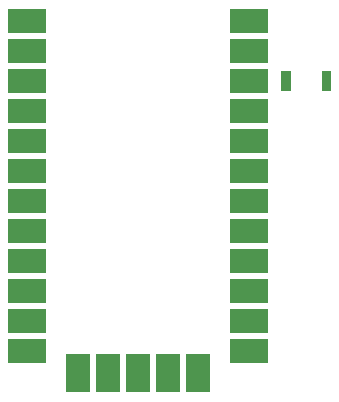
<source format=gtp>
G04 Layer: TopPasteMaskLayer*
G04 EasyEDA v6.5.1, 2022-07-13 07:01:50*
G04 5ba7d446201f4704a459628eea357821,d603b60474844c32a05bd641800ef4e1,10*
G04 Gerber Generator version 0.2*
G04 Scale: 100 percent, Rotated: No, Reflected: No *
G04 Dimensions in millimeters *
G04 leading zeros omitted , absolute positions ,4 integer and 5 decimal *
%FSLAX45Y45*%
%MOMM*%

%ADD10C,0.0001*%

%LPD*%
G36*
X27099153Y9828182D02*
G01*
X27099153Y9628182D01*
X26774134Y9628182D01*
X26774134Y9828182D01*
G37*
G36*
X27099153Y9574182D02*
G01*
X27099153Y9374182D01*
X26774134Y9374182D01*
X26774134Y9574182D01*
G37*
G36*
X27099153Y9320182D02*
G01*
X27099153Y9120182D01*
X26774134Y9120182D01*
X26774134Y9320182D01*
G37*
G36*
X27099153Y9066182D02*
G01*
X27099153Y8866182D01*
X26774134Y8866182D01*
X26774134Y9066182D01*
G37*
G36*
X27099153Y8812182D02*
G01*
X27099153Y8612182D01*
X26774134Y8612182D01*
X26774134Y8812182D01*
G37*
G36*
X27099153Y8558182D02*
G01*
X27099153Y8358182D01*
X26774134Y8358182D01*
X26774134Y8558182D01*
G37*
G36*
X27099153Y8304182D02*
G01*
X27099153Y8104182D01*
X26774134Y8104182D01*
X26774134Y8304182D01*
G37*
G36*
X27099153Y8050182D02*
G01*
X27099153Y7850182D01*
X26774134Y7850182D01*
X26774134Y8050182D01*
G37*
G36*
X27099153Y7796182D02*
G01*
X27099153Y7596182D01*
X26774134Y7596182D01*
X26774134Y7796182D01*
G37*
G36*
X27099153Y7542182D02*
G01*
X27099153Y7342182D01*
X26774134Y7342182D01*
X26774134Y7542182D01*
G37*
G36*
X27099153Y7288182D02*
G01*
X27099153Y7088182D01*
X26774134Y7088182D01*
X26774134Y7288182D01*
G37*
G36*
X27099153Y7034182D02*
G01*
X27099153Y6834182D01*
X26774134Y6834182D01*
X26774134Y7034182D01*
G37*
G36*
X28978753Y7034182D02*
G01*
X28978753Y6834182D01*
X28653734Y6834182D01*
X28653734Y7034182D01*
G37*
G36*
X28978753Y7288182D02*
G01*
X28978753Y7088182D01*
X28653734Y7088182D01*
X28653734Y7288182D01*
G37*
G36*
X28978753Y7542182D02*
G01*
X28978753Y7342182D01*
X28653734Y7342182D01*
X28653734Y7542182D01*
G37*
G36*
X28978753Y7796182D02*
G01*
X28978753Y7596182D01*
X28653734Y7596182D01*
X28653734Y7796182D01*
G37*
G36*
X28978753Y8050182D02*
G01*
X28978753Y7850182D01*
X28653734Y7850182D01*
X28653734Y8050182D01*
G37*
G36*
X28978753Y8304182D02*
G01*
X28978753Y8104182D01*
X28653734Y8104182D01*
X28653734Y8304182D01*
G37*
G36*
X28978753Y8558182D02*
G01*
X28978753Y8358182D01*
X28653734Y8358182D01*
X28653734Y8558182D01*
G37*
G36*
X28978753Y8812182D02*
G01*
X28978753Y8612182D01*
X28653734Y8612182D01*
X28653734Y8812182D01*
G37*
G36*
X28978753Y9066182D02*
G01*
X28978753Y8866182D01*
X28653734Y8866182D01*
X28653734Y9066182D01*
G37*
G36*
X28978753Y9320182D02*
G01*
X28978753Y9120182D01*
X28653734Y9120182D01*
X28653734Y9320182D01*
G37*
G36*
X28978753Y9574182D02*
G01*
X28978753Y9374182D01*
X28653734Y9374182D01*
X28653734Y9574182D01*
G37*
G36*
X28978753Y9828182D02*
G01*
X28978753Y9628182D01*
X28653734Y9628182D01*
X28653734Y9828182D01*
G37*
G36*
X27268444Y6906191D02*
G01*
X27468443Y6906191D01*
X27468443Y6581173D01*
X27268444Y6581198D01*
G37*
G36*
X27522444Y6906191D02*
G01*
X27722443Y6906191D01*
X27722443Y6581173D01*
X27522444Y6581198D01*
G37*
G36*
X27776444Y6906191D02*
G01*
X27976443Y6906191D01*
X27976443Y6581173D01*
X27776444Y6581198D01*
G37*
G36*
X28030444Y6906191D02*
G01*
X28230443Y6906191D01*
X28230443Y6581173D01*
X28030444Y6581198D01*
G37*
G36*
X28284444Y6906191D02*
G01*
X28484443Y6906191D01*
X28484443Y6581173D01*
X28284444Y6581198D01*
G37*
G36*
X29428902Y9305198D02*
G01*
X29508902Y9305198D01*
X29508902Y9135198D01*
X29428902Y9135198D01*
G37*
G36*
X29088897Y9305198D02*
G01*
X29168897Y9305198D01*
X29168897Y9135198D01*
X29088897Y9135198D01*
G37*
M02*

</source>
